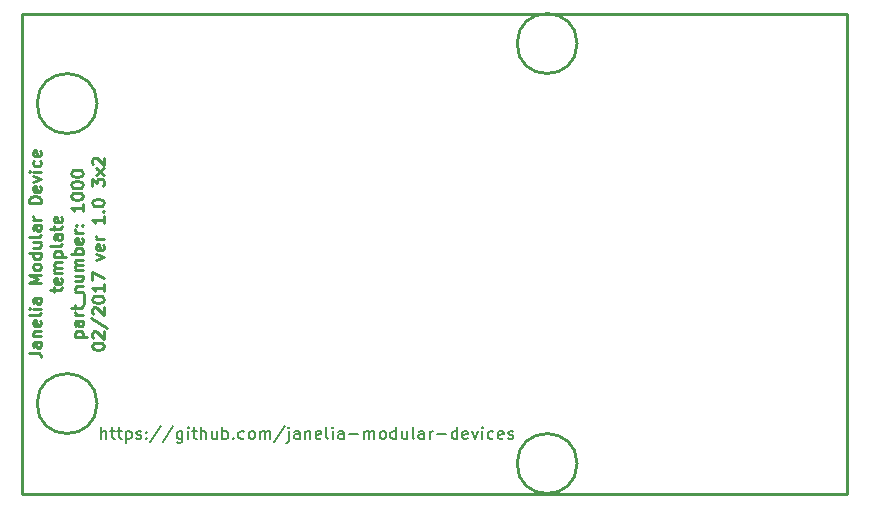
<source format=gto>
G04 #@! TF.GenerationSoftware,KiCad,Pcbnew,no-vcs-found-7602~57~ubuntu16.04.1*
G04 #@! TF.CreationDate,2017-02-08T13:56:51-05:00*
G04 #@! TF.ProjectId,i2c_interface_3x2,74656D706C6174655F3378322E6B6963,1.0*
G04 #@! TF.FileFunction,Legend,Top*
G04 #@! TF.FilePolarity,Positive*
%FSLAX46Y46*%
G04 Gerber Fmt 4.6, Leading zero omitted, Abs format (unit mm)*
G04 Created by KiCad (PCBNEW no-vcs-found-7602~57~ubuntu16.04.1) date Wed Feb  8 13:56:51 2017*
%MOMM*%
%LPD*%
G01*
G04 APERTURE LIST*
%ADD10C,0.100000*%
%ADD11C,0.228600*%
%ADD12C,0.190500*%
%ADD13C,0.254000*%
%ADD14O,1.854200X2.540000*%
%ADD15R,1.854200X2.540000*%
%ADD16C,3.556000*%
G04 APERTURE END LIST*
D10*
D11*
X155575000Y-68580000D02*
X85725000Y-68580000D01*
X155575000Y-109220000D02*
X155575000Y-68580000D01*
X85725000Y-109220000D02*
X155575000Y-109220000D01*
X85725000Y-68580000D02*
X85725000Y-109220000D01*
D12*
X92437857Y-104599619D02*
X92437857Y-103583619D01*
X92873285Y-104599619D02*
X92873285Y-104067428D01*
X92824904Y-103970666D01*
X92728142Y-103922285D01*
X92583000Y-103922285D01*
X92486238Y-103970666D01*
X92437857Y-104019047D01*
X93211952Y-103922285D02*
X93599000Y-103922285D01*
X93357095Y-103583619D02*
X93357095Y-104454476D01*
X93405476Y-104551238D01*
X93502238Y-104599619D01*
X93599000Y-104599619D01*
X93792523Y-103922285D02*
X94179571Y-103922285D01*
X93937666Y-103583619D02*
X93937666Y-104454476D01*
X93986047Y-104551238D01*
X94082809Y-104599619D01*
X94179571Y-104599619D01*
X94518238Y-103922285D02*
X94518238Y-104938285D01*
X94518238Y-103970666D02*
X94615000Y-103922285D01*
X94808523Y-103922285D01*
X94905285Y-103970666D01*
X94953666Y-104019047D01*
X95002047Y-104115809D01*
X95002047Y-104406095D01*
X94953666Y-104502857D01*
X94905285Y-104551238D01*
X94808523Y-104599619D01*
X94615000Y-104599619D01*
X94518238Y-104551238D01*
X95389095Y-104551238D02*
X95485857Y-104599619D01*
X95679380Y-104599619D01*
X95776142Y-104551238D01*
X95824523Y-104454476D01*
X95824523Y-104406095D01*
X95776142Y-104309333D01*
X95679380Y-104260952D01*
X95534238Y-104260952D01*
X95437476Y-104212571D01*
X95389095Y-104115809D01*
X95389095Y-104067428D01*
X95437476Y-103970666D01*
X95534238Y-103922285D01*
X95679380Y-103922285D01*
X95776142Y-103970666D01*
X96259952Y-104502857D02*
X96308333Y-104551238D01*
X96259952Y-104599619D01*
X96211571Y-104551238D01*
X96259952Y-104502857D01*
X96259952Y-104599619D01*
X96259952Y-103970666D02*
X96308333Y-104019047D01*
X96259952Y-104067428D01*
X96211571Y-104019047D01*
X96259952Y-103970666D01*
X96259952Y-104067428D01*
X97469476Y-103535238D02*
X96598619Y-104841523D01*
X98533857Y-103535238D02*
X97663000Y-104841523D01*
X99307952Y-103922285D02*
X99307952Y-104744761D01*
X99259571Y-104841523D01*
X99211190Y-104889904D01*
X99114428Y-104938285D01*
X98969285Y-104938285D01*
X98872523Y-104889904D01*
X99307952Y-104551238D02*
X99211190Y-104599619D01*
X99017666Y-104599619D01*
X98920904Y-104551238D01*
X98872523Y-104502857D01*
X98824142Y-104406095D01*
X98824142Y-104115809D01*
X98872523Y-104019047D01*
X98920904Y-103970666D01*
X99017666Y-103922285D01*
X99211190Y-103922285D01*
X99307952Y-103970666D01*
X99791761Y-104599619D02*
X99791761Y-103922285D01*
X99791761Y-103583619D02*
X99743380Y-103632000D01*
X99791761Y-103680380D01*
X99840142Y-103632000D01*
X99791761Y-103583619D01*
X99791761Y-103680380D01*
X100130428Y-103922285D02*
X100517476Y-103922285D01*
X100275571Y-103583619D02*
X100275571Y-104454476D01*
X100323952Y-104551238D01*
X100420714Y-104599619D01*
X100517476Y-104599619D01*
X100856142Y-104599619D02*
X100856142Y-103583619D01*
X101291571Y-104599619D02*
X101291571Y-104067428D01*
X101243190Y-103970666D01*
X101146428Y-103922285D01*
X101001285Y-103922285D01*
X100904523Y-103970666D01*
X100856142Y-104019047D01*
X102210809Y-103922285D02*
X102210809Y-104599619D01*
X101775380Y-103922285D02*
X101775380Y-104454476D01*
X101823761Y-104551238D01*
X101920523Y-104599619D01*
X102065666Y-104599619D01*
X102162428Y-104551238D01*
X102210809Y-104502857D01*
X102694619Y-104599619D02*
X102694619Y-103583619D01*
X102694619Y-103970666D02*
X102791380Y-103922285D01*
X102984904Y-103922285D01*
X103081666Y-103970666D01*
X103130047Y-104019047D01*
X103178428Y-104115809D01*
X103178428Y-104406095D01*
X103130047Y-104502857D01*
X103081666Y-104551238D01*
X102984904Y-104599619D01*
X102791380Y-104599619D01*
X102694619Y-104551238D01*
X103613857Y-104502857D02*
X103662238Y-104551238D01*
X103613857Y-104599619D01*
X103565476Y-104551238D01*
X103613857Y-104502857D01*
X103613857Y-104599619D01*
X104533095Y-104551238D02*
X104436333Y-104599619D01*
X104242809Y-104599619D01*
X104146047Y-104551238D01*
X104097666Y-104502857D01*
X104049285Y-104406095D01*
X104049285Y-104115809D01*
X104097666Y-104019047D01*
X104146047Y-103970666D01*
X104242809Y-103922285D01*
X104436333Y-103922285D01*
X104533095Y-103970666D01*
X105113666Y-104599619D02*
X105016904Y-104551238D01*
X104968523Y-104502857D01*
X104920142Y-104406095D01*
X104920142Y-104115809D01*
X104968523Y-104019047D01*
X105016904Y-103970666D01*
X105113666Y-103922285D01*
X105258809Y-103922285D01*
X105355571Y-103970666D01*
X105403952Y-104019047D01*
X105452333Y-104115809D01*
X105452333Y-104406095D01*
X105403952Y-104502857D01*
X105355571Y-104551238D01*
X105258809Y-104599619D01*
X105113666Y-104599619D01*
X105887761Y-104599619D02*
X105887761Y-103922285D01*
X105887761Y-104019047D02*
X105936142Y-103970666D01*
X106032904Y-103922285D01*
X106178047Y-103922285D01*
X106274809Y-103970666D01*
X106323190Y-104067428D01*
X106323190Y-104599619D01*
X106323190Y-104067428D02*
X106371571Y-103970666D01*
X106468333Y-103922285D01*
X106613476Y-103922285D01*
X106710238Y-103970666D01*
X106758619Y-104067428D01*
X106758619Y-104599619D01*
X107968142Y-103535238D02*
X107097285Y-104841523D01*
X108306809Y-103922285D02*
X108306809Y-104793142D01*
X108258428Y-104889904D01*
X108161666Y-104938285D01*
X108113285Y-104938285D01*
X108306809Y-103583619D02*
X108258428Y-103632000D01*
X108306809Y-103680380D01*
X108355190Y-103632000D01*
X108306809Y-103583619D01*
X108306809Y-103680380D01*
X109226047Y-104599619D02*
X109226047Y-104067428D01*
X109177666Y-103970666D01*
X109080904Y-103922285D01*
X108887380Y-103922285D01*
X108790619Y-103970666D01*
X109226047Y-104551238D02*
X109129285Y-104599619D01*
X108887380Y-104599619D01*
X108790619Y-104551238D01*
X108742238Y-104454476D01*
X108742238Y-104357714D01*
X108790619Y-104260952D01*
X108887380Y-104212571D01*
X109129285Y-104212571D01*
X109226047Y-104164190D01*
X109709857Y-103922285D02*
X109709857Y-104599619D01*
X109709857Y-104019047D02*
X109758238Y-103970666D01*
X109855000Y-103922285D01*
X110000142Y-103922285D01*
X110096904Y-103970666D01*
X110145285Y-104067428D01*
X110145285Y-104599619D01*
X111016142Y-104551238D02*
X110919380Y-104599619D01*
X110725857Y-104599619D01*
X110629095Y-104551238D01*
X110580714Y-104454476D01*
X110580714Y-104067428D01*
X110629095Y-103970666D01*
X110725857Y-103922285D01*
X110919380Y-103922285D01*
X111016142Y-103970666D01*
X111064523Y-104067428D01*
X111064523Y-104164190D01*
X110580714Y-104260952D01*
X111645095Y-104599619D02*
X111548333Y-104551238D01*
X111499952Y-104454476D01*
X111499952Y-103583619D01*
X112032142Y-104599619D02*
X112032142Y-103922285D01*
X112032142Y-103583619D02*
X111983761Y-103632000D01*
X112032142Y-103680380D01*
X112080523Y-103632000D01*
X112032142Y-103583619D01*
X112032142Y-103680380D01*
X112951380Y-104599619D02*
X112951380Y-104067428D01*
X112903000Y-103970666D01*
X112806238Y-103922285D01*
X112612714Y-103922285D01*
X112515952Y-103970666D01*
X112951380Y-104551238D02*
X112854619Y-104599619D01*
X112612714Y-104599619D01*
X112515952Y-104551238D01*
X112467571Y-104454476D01*
X112467571Y-104357714D01*
X112515952Y-104260952D01*
X112612714Y-104212571D01*
X112854619Y-104212571D01*
X112951380Y-104164190D01*
X113435190Y-104212571D02*
X114209285Y-104212571D01*
X114693095Y-104599619D02*
X114693095Y-103922285D01*
X114693095Y-104019047D02*
X114741476Y-103970666D01*
X114838238Y-103922285D01*
X114983380Y-103922285D01*
X115080142Y-103970666D01*
X115128523Y-104067428D01*
X115128523Y-104599619D01*
X115128523Y-104067428D02*
X115176904Y-103970666D01*
X115273666Y-103922285D01*
X115418809Y-103922285D01*
X115515571Y-103970666D01*
X115563952Y-104067428D01*
X115563952Y-104599619D01*
X116192904Y-104599619D02*
X116096142Y-104551238D01*
X116047761Y-104502857D01*
X115999380Y-104406095D01*
X115999380Y-104115809D01*
X116047761Y-104019047D01*
X116096142Y-103970666D01*
X116192904Y-103922285D01*
X116338047Y-103922285D01*
X116434809Y-103970666D01*
X116483190Y-104019047D01*
X116531571Y-104115809D01*
X116531571Y-104406095D01*
X116483190Y-104502857D01*
X116434809Y-104551238D01*
X116338047Y-104599619D01*
X116192904Y-104599619D01*
X117402428Y-104599619D02*
X117402428Y-103583619D01*
X117402428Y-104551238D02*
X117305666Y-104599619D01*
X117112142Y-104599619D01*
X117015380Y-104551238D01*
X116967000Y-104502857D01*
X116918619Y-104406095D01*
X116918619Y-104115809D01*
X116967000Y-104019047D01*
X117015380Y-103970666D01*
X117112142Y-103922285D01*
X117305666Y-103922285D01*
X117402428Y-103970666D01*
X118321666Y-103922285D02*
X118321666Y-104599619D01*
X117886238Y-103922285D02*
X117886238Y-104454476D01*
X117934619Y-104551238D01*
X118031380Y-104599619D01*
X118176523Y-104599619D01*
X118273285Y-104551238D01*
X118321666Y-104502857D01*
X118950619Y-104599619D02*
X118853857Y-104551238D01*
X118805476Y-104454476D01*
X118805476Y-103583619D01*
X119773095Y-104599619D02*
X119773095Y-104067428D01*
X119724714Y-103970666D01*
X119627952Y-103922285D01*
X119434428Y-103922285D01*
X119337666Y-103970666D01*
X119773095Y-104551238D02*
X119676333Y-104599619D01*
X119434428Y-104599619D01*
X119337666Y-104551238D01*
X119289285Y-104454476D01*
X119289285Y-104357714D01*
X119337666Y-104260952D01*
X119434428Y-104212571D01*
X119676333Y-104212571D01*
X119773095Y-104164190D01*
X120256904Y-104599619D02*
X120256904Y-103922285D01*
X120256904Y-104115809D02*
X120305285Y-104019047D01*
X120353666Y-103970666D01*
X120450428Y-103922285D01*
X120547190Y-103922285D01*
X120885857Y-104212571D02*
X121659952Y-104212571D01*
X122579190Y-104599619D02*
X122579190Y-103583619D01*
X122579190Y-104551238D02*
X122482428Y-104599619D01*
X122288904Y-104599619D01*
X122192142Y-104551238D01*
X122143761Y-104502857D01*
X122095380Y-104406095D01*
X122095380Y-104115809D01*
X122143761Y-104019047D01*
X122192142Y-103970666D01*
X122288904Y-103922285D01*
X122482428Y-103922285D01*
X122579190Y-103970666D01*
X123450047Y-104551238D02*
X123353285Y-104599619D01*
X123159761Y-104599619D01*
X123063000Y-104551238D01*
X123014619Y-104454476D01*
X123014619Y-104067428D01*
X123063000Y-103970666D01*
X123159761Y-103922285D01*
X123353285Y-103922285D01*
X123450047Y-103970666D01*
X123498428Y-104067428D01*
X123498428Y-104164190D01*
X123014619Y-104260952D01*
X123837095Y-103922285D02*
X124079000Y-104599619D01*
X124320904Y-103922285D01*
X124707952Y-104599619D02*
X124707952Y-103922285D01*
X124707952Y-103583619D02*
X124659571Y-103632000D01*
X124707952Y-103680380D01*
X124756333Y-103632000D01*
X124707952Y-103583619D01*
X124707952Y-103680380D01*
X125627190Y-104551238D02*
X125530428Y-104599619D01*
X125336904Y-104599619D01*
X125240142Y-104551238D01*
X125191761Y-104502857D01*
X125143380Y-104406095D01*
X125143380Y-104115809D01*
X125191761Y-104019047D01*
X125240142Y-103970666D01*
X125336904Y-103922285D01*
X125530428Y-103922285D01*
X125627190Y-103970666D01*
X126449666Y-104551238D02*
X126352904Y-104599619D01*
X126159380Y-104599619D01*
X126062619Y-104551238D01*
X126014238Y-104454476D01*
X126014238Y-104067428D01*
X126062619Y-103970666D01*
X126159380Y-103922285D01*
X126352904Y-103922285D01*
X126449666Y-103970666D01*
X126498047Y-104067428D01*
X126498047Y-104164190D01*
X126014238Y-104260952D01*
X126885095Y-104551238D02*
X126981857Y-104599619D01*
X127175380Y-104599619D01*
X127272142Y-104551238D01*
X127320523Y-104454476D01*
X127320523Y-104406095D01*
X127272142Y-104309333D01*
X127175380Y-104260952D01*
X127030238Y-104260952D01*
X126933476Y-104212571D01*
X126885095Y-104115809D01*
X126885095Y-104067428D01*
X126933476Y-103970666D01*
X127030238Y-103922285D01*
X127175380Y-103922285D01*
X127272142Y-103970666D01*
D13*
X86311619Y-97294095D02*
X87037333Y-97294095D01*
X87182476Y-97342476D01*
X87279238Y-97439238D01*
X87327619Y-97584380D01*
X87327619Y-97681142D01*
X87327619Y-96374857D02*
X86795428Y-96374857D01*
X86698666Y-96423238D01*
X86650285Y-96520000D01*
X86650285Y-96713523D01*
X86698666Y-96810285D01*
X87279238Y-96374857D02*
X87327619Y-96471619D01*
X87327619Y-96713523D01*
X87279238Y-96810285D01*
X87182476Y-96858666D01*
X87085714Y-96858666D01*
X86988952Y-96810285D01*
X86940571Y-96713523D01*
X86940571Y-96471619D01*
X86892190Y-96374857D01*
X86650285Y-95891047D02*
X87327619Y-95891047D01*
X86747047Y-95891047D02*
X86698666Y-95842666D01*
X86650285Y-95745904D01*
X86650285Y-95600761D01*
X86698666Y-95504000D01*
X86795428Y-95455619D01*
X87327619Y-95455619D01*
X87279238Y-94584761D02*
X87327619Y-94681523D01*
X87327619Y-94875047D01*
X87279238Y-94971809D01*
X87182476Y-95020190D01*
X86795428Y-95020190D01*
X86698666Y-94971809D01*
X86650285Y-94875047D01*
X86650285Y-94681523D01*
X86698666Y-94584761D01*
X86795428Y-94536380D01*
X86892190Y-94536380D01*
X86988952Y-95020190D01*
X87327619Y-93955809D02*
X87279238Y-94052571D01*
X87182476Y-94100952D01*
X86311619Y-94100952D01*
X87327619Y-93568761D02*
X86650285Y-93568761D01*
X86311619Y-93568761D02*
X86360000Y-93617142D01*
X86408380Y-93568761D01*
X86360000Y-93520380D01*
X86311619Y-93568761D01*
X86408380Y-93568761D01*
X87327619Y-92649523D02*
X86795428Y-92649523D01*
X86698666Y-92697904D01*
X86650285Y-92794666D01*
X86650285Y-92988190D01*
X86698666Y-93084952D01*
X87279238Y-92649523D02*
X87327619Y-92746285D01*
X87327619Y-92988190D01*
X87279238Y-93084952D01*
X87182476Y-93133333D01*
X87085714Y-93133333D01*
X86988952Y-93084952D01*
X86940571Y-92988190D01*
X86940571Y-92746285D01*
X86892190Y-92649523D01*
X87327619Y-91391619D02*
X86311619Y-91391619D01*
X87037333Y-91052952D01*
X86311619Y-90714285D01*
X87327619Y-90714285D01*
X87327619Y-90085333D02*
X87279238Y-90182095D01*
X87230857Y-90230476D01*
X87134095Y-90278857D01*
X86843809Y-90278857D01*
X86747047Y-90230476D01*
X86698666Y-90182095D01*
X86650285Y-90085333D01*
X86650285Y-89940190D01*
X86698666Y-89843428D01*
X86747047Y-89795047D01*
X86843809Y-89746666D01*
X87134095Y-89746666D01*
X87230857Y-89795047D01*
X87279238Y-89843428D01*
X87327619Y-89940190D01*
X87327619Y-90085333D01*
X87327619Y-88875809D02*
X86311619Y-88875809D01*
X87279238Y-88875809D02*
X87327619Y-88972571D01*
X87327619Y-89166095D01*
X87279238Y-89262857D01*
X87230857Y-89311238D01*
X87134095Y-89359619D01*
X86843809Y-89359619D01*
X86747047Y-89311238D01*
X86698666Y-89262857D01*
X86650285Y-89166095D01*
X86650285Y-88972571D01*
X86698666Y-88875809D01*
X86650285Y-87956571D02*
X87327619Y-87956571D01*
X86650285Y-88392000D02*
X87182476Y-88392000D01*
X87279238Y-88343619D01*
X87327619Y-88246857D01*
X87327619Y-88101714D01*
X87279238Y-88004952D01*
X87230857Y-87956571D01*
X87327619Y-87327619D02*
X87279238Y-87424380D01*
X87182476Y-87472761D01*
X86311619Y-87472761D01*
X87327619Y-86505142D02*
X86795428Y-86505142D01*
X86698666Y-86553523D01*
X86650285Y-86650285D01*
X86650285Y-86843809D01*
X86698666Y-86940571D01*
X87279238Y-86505142D02*
X87327619Y-86601904D01*
X87327619Y-86843809D01*
X87279238Y-86940571D01*
X87182476Y-86988952D01*
X87085714Y-86988952D01*
X86988952Y-86940571D01*
X86940571Y-86843809D01*
X86940571Y-86601904D01*
X86892190Y-86505142D01*
X87327619Y-86021333D02*
X86650285Y-86021333D01*
X86843809Y-86021333D02*
X86747047Y-85972952D01*
X86698666Y-85924571D01*
X86650285Y-85827809D01*
X86650285Y-85731047D01*
X87327619Y-84618285D02*
X86311619Y-84618285D01*
X86311619Y-84376380D01*
X86360000Y-84231238D01*
X86456761Y-84134476D01*
X86553523Y-84086095D01*
X86747047Y-84037714D01*
X86892190Y-84037714D01*
X87085714Y-84086095D01*
X87182476Y-84134476D01*
X87279238Y-84231238D01*
X87327619Y-84376380D01*
X87327619Y-84618285D01*
X87279238Y-83215238D02*
X87327619Y-83312000D01*
X87327619Y-83505523D01*
X87279238Y-83602285D01*
X87182476Y-83650666D01*
X86795428Y-83650666D01*
X86698666Y-83602285D01*
X86650285Y-83505523D01*
X86650285Y-83312000D01*
X86698666Y-83215238D01*
X86795428Y-83166857D01*
X86892190Y-83166857D01*
X86988952Y-83650666D01*
X86650285Y-82828190D02*
X87327619Y-82586285D01*
X86650285Y-82344380D01*
X87327619Y-81957333D02*
X86650285Y-81957333D01*
X86311619Y-81957333D02*
X86360000Y-82005714D01*
X86408380Y-81957333D01*
X86360000Y-81908952D01*
X86311619Y-81957333D01*
X86408380Y-81957333D01*
X87279238Y-81038095D02*
X87327619Y-81134857D01*
X87327619Y-81328380D01*
X87279238Y-81425142D01*
X87230857Y-81473523D01*
X87134095Y-81521904D01*
X86843809Y-81521904D01*
X86747047Y-81473523D01*
X86698666Y-81425142D01*
X86650285Y-81328380D01*
X86650285Y-81134857D01*
X86698666Y-81038095D01*
X87279238Y-80215619D02*
X87327619Y-80312380D01*
X87327619Y-80505904D01*
X87279238Y-80602666D01*
X87182476Y-80651047D01*
X86795428Y-80651047D01*
X86698666Y-80602666D01*
X86650285Y-80505904D01*
X86650285Y-80312380D01*
X86698666Y-80215619D01*
X86795428Y-80167238D01*
X86892190Y-80167238D01*
X86988952Y-80651047D01*
X88428285Y-92117333D02*
X88428285Y-91730285D01*
X88089619Y-91972190D02*
X88960476Y-91972190D01*
X89057238Y-91923809D01*
X89105619Y-91827047D01*
X89105619Y-91730285D01*
X89057238Y-91004571D02*
X89105619Y-91101333D01*
X89105619Y-91294857D01*
X89057238Y-91391619D01*
X88960476Y-91440000D01*
X88573428Y-91440000D01*
X88476666Y-91391619D01*
X88428285Y-91294857D01*
X88428285Y-91101333D01*
X88476666Y-91004571D01*
X88573428Y-90956190D01*
X88670190Y-90956190D01*
X88766952Y-91440000D01*
X89105619Y-90520761D02*
X88428285Y-90520761D01*
X88525047Y-90520761D02*
X88476666Y-90472380D01*
X88428285Y-90375619D01*
X88428285Y-90230476D01*
X88476666Y-90133714D01*
X88573428Y-90085333D01*
X89105619Y-90085333D01*
X88573428Y-90085333D02*
X88476666Y-90036952D01*
X88428285Y-89940190D01*
X88428285Y-89795047D01*
X88476666Y-89698285D01*
X88573428Y-89649904D01*
X89105619Y-89649904D01*
X88428285Y-89166095D02*
X89444285Y-89166095D01*
X88476666Y-89166095D02*
X88428285Y-89069333D01*
X88428285Y-88875809D01*
X88476666Y-88779047D01*
X88525047Y-88730666D01*
X88621809Y-88682285D01*
X88912095Y-88682285D01*
X89008857Y-88730666D01*
X89057238Y-88779047D01*
X89105619Y-88875809D01*
X89105619Y-89069333D01*
X89057238Y-89166095D01*
X89105619Y-88101714D02*
X89057238Y-88198476D01*
X88960476Y-88246857D01*
X88089619Y-88246857D01*
X89105619Y-87279238D02*
X88573428Y-87279238D01*
X88476666Y-87327619D01*
X88428285Y-87424380D01*
X88428285Y-87617904D01*
X88476666Y-87714666D01*
X89057238Y-87279238D02*
X89105619Y-87376000D01*
X89105619Y-87617904D01*
X89057238Y-87714666D01*
X88960476Y-87763047D01*
X88863714Y-87763047D01*
X88766952Y-87714666D01*
X88718571Y-87617904D01*
X88718571Y-87376000D01*
X88670190Y-87279238D01*
X88428285Y-86940571D02*
X88428285Y-86553523D01*
X88089619Y-86795428D02*
X88960476Y-86795428D01*
X89057238Y-86747047D01*
X89105619Y-86650285D01*
X89105619Y-86553523D01*
X89057238Y-85827809D02*
X89105619Y-85924571D01*
X89105619Y-86118095D01*
X89057238Y-86214857D01*
X88960476Y-86263238D01*
X88573428Y-86263238D01*
X88476666Y-86214857D01*
X88428285Y-86118095D01*
X88428285Y-85924571D01*
X88476666Y-85827809D01*
X88573428Y-85779428D01*
X88670190Y-85779428D01*
X88766952Y-86263238D01*
X90206285Y-95939428D02*
X91222285Y-95939428D01*
X90254666Y-95939428D02*
X90206285Y-95842666D01*
X90206285Y-95649142D01*
X90254666Y-95552380D01*
X90303047Y-95504000D01*
X90399809Y-95455619D01*
X90690095Y-95455619D01*
X90786857Y-95504000D01*
X90835238Y-95552380D01*
X90883619Y-95649142D01*
X90883619Y-95842666D01*
X90835238Y-95939428D01*
X90883619Y-94584761D02*
X90351428Y-94584761D01*
X90254666Y-94633142D01*
X90206285Y-94729904D01*
X90206285Y-94923428D01*
X90254666Y-95020190D01*
X90835238Y-94584761D02*
X90883619Y-94681523D01*
X90883619Y-94923428D01*
X90835238Y-95020190D01*
X90738476Y-95068571D01*
X90641714Y-95068571D01*
X90544952Y-95020190D01*
X90496571Y-94923428D01*
X90496571Y-94681523D01*
X90448190Y-94584761D01*
X90883619Y-94100952D02*
X90206285Y-94100952D01*
X90399809Y-94100952D02*
X90303047Y-94052571D01*
X90254666Y-94004190D01*
X90206285Y-93907428D01*
X90206285Y-93810666D01*
X90206285Y-93617142D02*
X90206285Y-93230095D01*
X89867619Y-93472000D02*
X90738476Y-93472000D01*
X90835238Y-93423619D01*
X90883619Y-93326857D01*
X90883619Y-93230095D01*
X90980380Y-93133333D02*
X90980380Y-92359238D01*
X90206285Y-92117333D02*
X90883619Y-92117333D01*
X90303047Y-92117333D02*
X90254666Y-92068952D01*
X90206285Y-91972190D01*
X90206285Y-91827047D01*
X90254666Y-91730285D01*
X90351428Y-91681904D01*
X90883619Y-91681904D01*
X90206285Y-90762666D02*
X90883619Y-90762666D01*
X90206285Y-91198095D02*
X90738476Y-91198095D01*
X90835238Y-91149714D01*
X90883619Y-91052952D01*
X90883619Y-90907809D01*
X90835238Y-90811047D01*
X90786857Y-90762666D01*
X90883619Y-90278857D02*
X90206285Y-90278857D01*
X90303047Y-90278857D02*
X90254666Y-90230476D01*
X90206285Y-90133714D01*
X90206285Y-89988571D01*
X90254666Y-89891809D01*
X90351428Y-89843428D01*
X90883619Y-89843428D01*
X90351428Y-89843428D02*
X90254666Y-89795047D01*
X90206285Y-89698285D01*
X90206285Y-89553142D01*
X90254666Y-89456380D01*
X90351428Y-89408000D01*
X90883619Y-89408000D01*
X90883619Y-88924190D02*
X89867619Y-88924190D01*
X90254666Y-88924190D02*
X90206285Y-88827428D01*
X90206285Y-88633904D01*
X90254666Y-88537142D01*
X90303047Y-88488761D01*
X90399809Y-88440380D01*
X90690095Y-88440380D01*
X90786857Y-88488761D01*
X90835238Y-88537142D01*
X90883619Y-88633904D01*
X90883619Y-88827428D01*
X90835238Y-88924190D01*
X90835238Y-87617904D02*
X90883619Y-87714666D01*
X90883619Y-87908190D01*
X90835238Y-88004952D01*
X90738476Y-88053333D01*
X90351428Y-88053333D01*
X90254666Y-88004952D01*
X90206285Y-87908190D01*
X90206285Y-87714666D01*
X90254666Y-87617904D01*
X90351428Y-87569523D01*
X90448190Y-87569523D01*
X90544952Y-88053333D01*
X90883619Y-87134095D02*
X90206285Y-87134095D01*
X90399809Y-87134095D02*
X90303047Y-87085714D01*
X90254666Y-87037333D01*
X90206285Y-86940571D01*
X90206285Y-86843809D01*
X90786857Y-86505142D02*
X90835238Y-86456761D01*
X90883619Y-86505142D01*
X90835238Y-86553523D01*
X90786857Y-86505142D01*
X90883619Y-86505142D01*
X90254666Y-86505142D02*
X90303047Y-86456761D01*
X90351428Y-86505142D01*
X90303047Y-86553523D01*
X90254666Y-86505142D01*
X90351428Y-86505142D01*
X90883619Y-84715047D02*
X90883619Y-85295619D01*
X90883619Y-85005333D02*
X89867619Y-85005333D01*
X90012761Y-85102095D01*
X90109523Y-85198857D01*
X90157904Y-85295619D01*
X89867619Y-84086095D02*
X89867619Y-83989333D01*
X89916000Y-83892571D01*
X89964380Y-83844190D01*
X90061142Y-83795809D01*
X90254666Y-83747428D01*
X90496571Y-83747428D01*
X90690095Y-83795809D01*
X90786857Y-83844190D01*
X90835238Y-83892571D01*
X90883619Y-83989333D01*
X90883619Y-84086095D01*
X90835238Y-84182857D01*
X90786857Y-84231238D01*
X90690095Y-84279619D01*
X90496571Y-84328000D01*
X90254666Y-84328000D01*
X90061142Y-84279619D01*
X89964380Y-84231238D01*
X89916000Y-84182857D01*
X89867619Y-84086095D01*
X89867619Y-83118476D02*
X89867619Y-83021714D01*
X89916000Y-82924952D01*
X89964380Y-82876571D01*
X90061142Y-82828190D01*
X90254666Y-82779809D01*
X90496571Y-82779809D01*
X90690095Y-82828190D01*
X90786857Y-82876571D01*
X90835238Y-82924952D01*
X90883619Y-83021714D01*
X90883619Y-83118476D01*
X90835238Y-83215238D01*
X90786857Y-83263619D01*
X90690095Y-83312000D01*
X90496571Y-83360380D01*
X90254666Y-83360380D01*
X90061142Y-83312000D01*
X89964380Y-83263619D01*
X89916000Y-83215238D01*
X89867619Y-83118476D01*
X89867619Y-82150857D02*
X89867619Y-82054095D01*
X89916000Y-81957333D01*
X89964380Y-81908952D01*
X90061142Y-81860571D01*
X90254666Y-81812190D01*
X90496571Y-81812190D01*
X90690095Y-81860571D01*
X90786857Y-81908952D01*
X90835238Y-81957333D01*
X90883619Y-82054095D01*
X90883619Y-82150857D01*
X90835238Y-82247619D01*
X90786857Y-82295999D01*
X90690095Y-82344380D01*
X90496571Y-82392761D01*
X90254666Y-82392761D01*
X90061142Y-82344380D01*
X89964380Y-82295999D01*
X89916000Y-82247619D01*
X89867619Y-82150857D01*
X91645619Y-96786095D02*
X91645619Y-96689333D01*
X91694000Y-96592571D01*
X91742380Y-96544190D01*
X91839142Y-96495809D01*
X92032666Y-96447428D01*
X92274571Y-96447428D01*
X92468095Y-96495809D01*
X92564857Y-96544190D01*
X92613238Y-96592571D01*
X92661619Y-96689333D01*
X92661619Y-96786095D01*
X92613238Y-96882857D01*
X92564857Y-96931238D01*
X92468095Y-96979619D01*
X92274571Y-97028000D01*
X92032666Y-97028000D01*
X91839142Y-96979619D01*
X91742380Y-96931238D01*
X91694000Y-96882857D01*
X91645619Y-96786095D01*
X91742380Y-96060380D02*
X91694000Y-96012000D01*
X91645619Y-95915238D01*
X91645619Y-95673333D01*
X91694000Y-95576571D01*
X91742380Y-95528190D01*
X91839142Y-95479809D01*
X91935904Y-95479809D01*
X92081047Y-95528190D01*
X92661619Y-96108761D01*
X92661619Y-95479809D01*
X91597238Y-94318666D02*
X92903523Y-95189523D01*
X91742380Y-94028380D02*
X91694000Y-93980000D01*
X91645619Y-93883238D01*
X91645619Y-93641333D01*
X91694000Y-93544571D01*
X91742380Y-93496190D01*
X91839142Y-93447809D01*
X91935904Y-93447809D01*
X92081047Y-93496190D01*
X92661619Y-94076761D01*
X92661619Y-93447809D01*
X91645619Y-92818857D02*
X91645619Y-92722095D01*
X91694000Y-92625333D01*
X91742380Y-92576952D01*
X91839142Y-92528571D01*
X92032666Y-92480190D01*
X92274571Y-92480190D01*
X92468095Y-92528571D01*
X92564857Y-92576952D01*
X92613238Y-92625333D01*
X92661619Y-92722095D01*
X92661619Y-92818857D01*
X92613238Y-92915619D01*
X92564857Y-92964000D01*
X92468095Y-93012380D01*
X92274571Y-93060761D01*
X92032666Y-93060761D01*
X91839142Y-93012380D01*
X91742380Y-92964000D01*
X91694000Y-92915619D01*
X91645619Y-92818857D01*
X92661619Y-91512571D02*
X92661619Y-92093142D01*
X92661619Y-91802857D02*
X91645619Y-91802857D01*
X91790761Y-91899619D01*
X91887523Y-91996380D01*
X91935904Y-92093142D01*
X91645619Y-91173904D02*
X91645619Y-90496571D01*
X92661619Y-90932000D01*
X91984285Y-89432190D02*
X92661619Y-89190285D01*
X91984285Y-88948380D01*
X92613238Y-88174285D02*
X92661619Y-88271047D01*
X92661619Y-88464571D01*
X92613238Y-88561333D01*
X92516476Y-88609714D01*
X92129428Y-88609714D01*
X92032666Y-88561333D01*
X91984285Y-88464571D01*
X91984285Y-88271047D01*
X92032666Y-88174285D01*
X92129428Y-88125904D01*
X92226190Y-88125904D01*
X92322952Y-88609714D01*
X92661619Y-87690476D02*
X91984285Y-87690476D01*
X92177809Y-87690476D02*
X92081047Y-87642095D01*
X92032666Y-87593714D01*
X91984285Y-87496952D01*
X91984285Y-87400190D01*
X92661619Y-85755238D02*
X92661619Y-86335809D01*
X92661619Y-86045523D02*
X91645619Y-86045523D01*
X91790761Y-86142285D01*
X91887523Y-86239047D01*
X91935904Y-86335809D01*
X92564857Y-85319809D02*
X92613238Y-85271428D01*
X92661619Y-85319809D01*
X92613238Y-85368190D01*
X92564857Y-85319809D01*
X92661619Y-85319809D01*
X91645619Y-84642476D02*
X91645619Y-84545714D01*
X91694000Y-84448952D01*
X91742380Y-84400571D01*
X91839142Y-84352190D01*
X92032666Y-84303809D01*
X92274571Y-84303809D01*
X92468095Y-84352190D01*
X92564857Y-84400571D01*
X92613238Y-84448952D01*
X92661619Y-84545714D01*
X92661619Y-84642476D01*
X92613238Y-84739238D01*
X92564857Y-84787619D01*
X92468095Y-84836000D01*
X92274571Y-84884380D01*
X92032666Y-84884380D01*
X91839142Y-84836000D01*
X91742380Y-84787619D01*
X91694000Y-84739238D01*
X91645619Y-84642476D01*
X91645619Y-83191047D02*
X91645619Y-82562095D01*
X92032666Y-82900761D01*
X92032666Y-82755619D01*
X92081047Y-82658857D01*
X92129428Y-82610476D01*
X92226190Y-82562095D01*
X92468095Y-82562095D01*
X92564857Y-82610476D01*
X92613238Y-82658857D01*
X92661619Y-82755619D01*
X92661619Y-83045904D01*
X92613238Y-83142666D01*
X92564857Y-83191047D01*
X92661619Y-82223428D02*
X91984285Y-81691238D01*
X91984285Y-82223428D02*
X92661619Y-81691238D01*
X91742380Y-81352571D02*
X91694000Y-81304190D01*
X91645619Y-81207428D01*
X91645619Y-80965523D01*
X91694000Y-80868761D01*
X91742380Y-80820380D01*
X91839142Y-80772000D01*
X91935904Y-80772000D01*
X92081047Y-80820380D01*
X92661619Y-81400952D01*
X92661619Y-80772000D01*
D11*
X92075000Y-76200000D02*
G75*
G03X92075000Y-76200000I-2540000J0D01*
G01*
X92075000Y-101600000D02*
G75*
G03X92075000Y-101600000I-2540000J0D01*
G01*
X132715000Y-106680000D02*
G75*
G03X132715000Y-106680000I-2540000J0D01*
G01*
X132715000Y-71120000D02*
G75*
G03X132715000Y-71120000I-2540000J0D01*
G01*
%LPC*%
D14*
X90805000Y-71120000D03*
X93345000Y-71120000D03*
D15*
X88265000Y-71120000D03*
D14*
X95885000Y-71120000D03*
X98425000Y-71120000D03*
X100965000Y-71120000D03*
X103505000Y-71120000D03*
X106045000Y-71120000D03*
X108585000Y-71120000D03*
X111125000Y-71120000D03*
X113665000Y-71120000D03*
X116205000Y-71120000D03*
X118745000Y-71120000D03*
X121285000Y-71120000D03*
X123825000Y-71120000D03*
X126365000Y-71120000D03*
X126365000Y-106680000D03*
X123825000Y-106680000D03*
X121285000Y-106680000D03*
X118745000Y-106680000D03*
X116205000Y-106680000D03*
X113665000Y-106680000D03*
X111125000Y-106680000D03*
X108585000Y-106680000D03*
X106045000Y-106680000D03*
X103505000Y-106680000D03*
X100965000Y-106680000D03*
X98425000Y-106680000D03*
X95885000Y-106680000D03*
X93345000Y-106680000D03*
X90805000Y-106680000D03*
X88265000Y-106680000D03*
D16*
X89535000Y-76200000D03*
X89535000Y-101600000D03*
X130175000Y-106680000D03*
X130175000Y-71120000D03*
M02*

</source>
